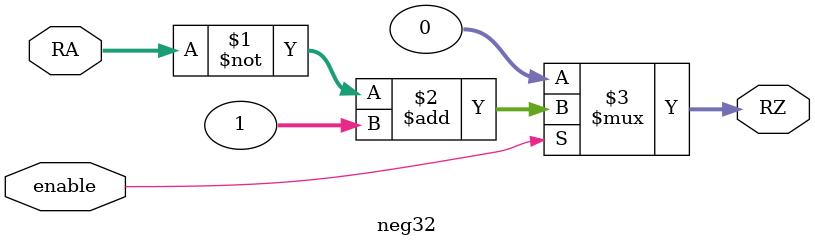
<source format=v>
module neg32 (
    input wire [31:0] RA,
    input wire enable,
    output wire [31:0] RZ
);
    assign RZ = enable ? (~RA + 1) : 32'b0;

endmodule
</source>
